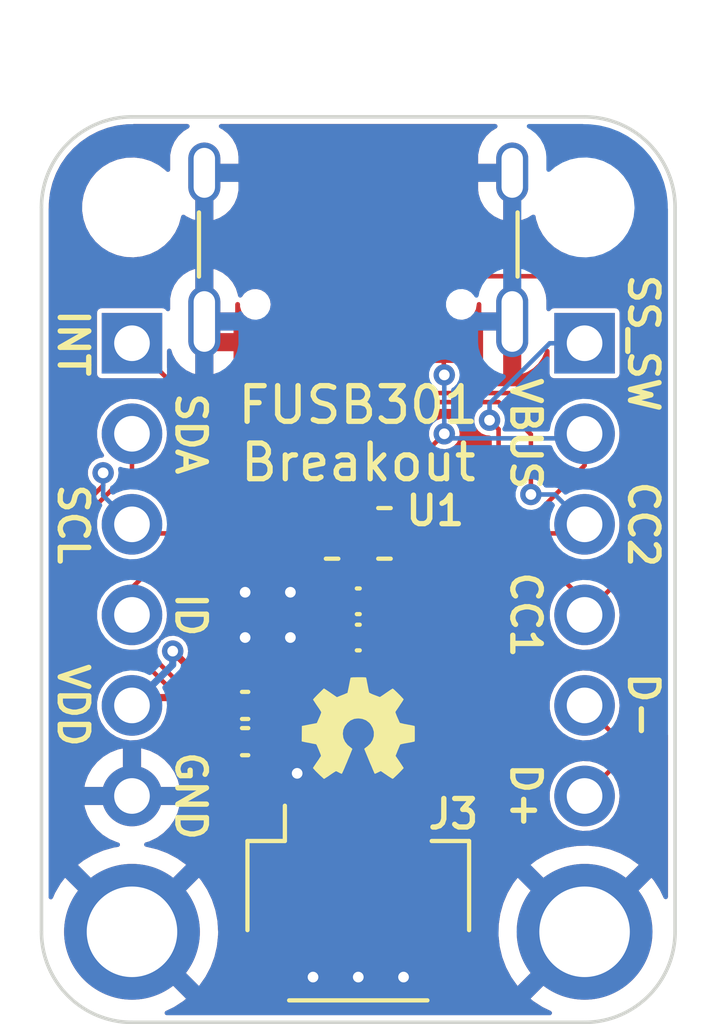
<source format=kicad_pcb>
(kicad_pcb (version 20210424) (generator pcbnew)
  (layers (0 "F.Cu" signal) (31 "B.Cu" signal) (34 "B.Paste" user) (35 "F.Paste" user) (36 "B.SilkS" user "B.Silkscreen") (37 "F.SilkS" user "F.Silkscreen") (38 "B.Mask" user) (39 "F.Mask" user) (44 "Edge.Cuts" user))
  (net 0 "")
  (net 1 "/SDA")
  (net 2 "/SCL")
  (net 3 "/ID")
  (net 4 "GND")
  (net 5 "VDD")
  (net 6 "/INT_N")
  (net 7 "/SS_SW")
  (net 8 "/VBUS")
  (net 9 "/CC2")
  (net 10 "/CC1")
  (net 11 "/D+")
  (net 12 "/D-")
  (footprint "Connector_JST:JST_SH_SM04B-SRSS-TB_1x04-1MP_P1.00mm_Horizontal" (layer "F.Cu") (at 142.875 124.333)
    (fp_text reference "J3" (at 2.667 -2.54) (layer "F.SilkS") (effects (font (size 0.8 0.8))))
    (fp_text value "Conn_01x04_Male" hide)
    (fp_line (start -2.06 -1.785) (end -2.06 -2.775) (layer "F.SilkS") (width 0.12))
    (fp_line (start 3.11 -1.785) (end 2.06 -1.785) (layer "F.SilkS") (width 0.12))
    (fp_line (start -3.11 0.715) (end -3.11 -1.785) (layer "F.SilkS") (width 0.12))
    (fp_line (start -1.94 2.685) (end 1.94 2.685) (layer "F.SilkS") (width 0.12))
    (fp_line (start 3.11 0.715) (end 3.11 -1.785) (layer "F.SilkS") (width 0.12))
    (fp_line (start -3.11 -1.785) (end -2.06 -1.785) (layer "F.SilkS") (width 0.12))
    (pad "1" smd roundrect locked (at -1.5 -2) (size 0.6 1.55) (layers "F.Cu" "F.Paste" "F.Mask") (net 4 "GND"))
    (pad "2" smd roundrect locked (at -0.5 -2) (size 0.6 1.55) (layers "F.Cu" "F.Paste" "F.Mask") (net 5 "VDD"))
    (pad "3" smd roundrect locked (at 0.5 -2) (size 0.6 1.55) (layers "F.Cu" "F.Paste" "F.Mask") (net 1 "/SDA"))
    (pad "4" smd roundrect locked (at 1.5 -2) (size 0.6 1.55) (layers "F.Cu" "F.Paste" "F.Mask") (net 2 "/SCL"))
    (pad "MP" smd roundrect locked (at 2.8 1.875) (size 1.2 1.8) (layers "F.Cu" "F.Paste" "F.Mask") (roundrect_rratio 0.208333))
    (pad "MP" smd roundrect locked (at -2.8 1.875) (size 1.2 1.8) (layers "F.Cu" "F.Paste" "F.Mask") (roundrect_rratio 0.208333))
  )
  (footprint "MountingHole:MountingHole_2.5mm" (layer "F.Cu") (at 149.225 104.775)
    (fp_text reference "H2" hide)
    (fp_text value "MountingHole_2.5mm" hide)
    (pad "" np_thru_hole circle locked (at 0 0) (size 2.54 2.54) (drill 2.54) (layers F&B.Cu *.Mask))
  )
  (footprint "FUSB301:OnSemi_X2QFN-10_1.6x1.2mm_P0.4mm" (layer "F.Cu") (at 142.875 113.919)
    (fp_text reference "U1" (at 2.159 -0.635) (layer "F.SilkS") (effects (font (size 0.8 0.8))))
    (fp_text value "FUSB301")
    (fp_line (start 0.56 -0.71) (end 0.91 -0.71) (layer "F.SilkS") (width 0.12))
    (fp_line (start -0.56 0.71) (end -0.91 0.71) (layer "F.SilkS") (width 0.12))
    (fp_line (start 0.56 0.71) (end 0.91 0.71) (layer "F.SilkS") (width 0.12))
    (pad "1" smd roundrect (at -0.8 -0.4) (size 0.7 0.2) (layers "F.Cu" "F.Paste" "F.Mask") (net 1 "/SDA"))
    (pad "2" smd roundrect (at -0.8 0) (size 0.7 0.2) (layers "F.Cu" "F.Paste" "F.Mask") (net 2 "/SCL"))
    (pad "3" smd roundrect (at -0.8 0.4) (size 0.7 0.2) (layers "F.Cu" "F.Paste" "F.Mask") (net 3 "/ID"))
    (pad "4" smd roundrect (at -0.2 0.6) (size 0.2 0.7) (layers "F.Cu" "F.Paste" "F.Mask") (net 4 "GND"))
    (pad "5" smd roundrect (at 0.2 0.6) (size 0.2 0.7) (layers "F.Cu" "F.Paste" "F.Mask") (net 5 "VDD"))
    (pad "6" smd roundrect (at 0.8 0.4) (size 0.7 0.2) (layers "F.Cu" "F.Paste" "F.Mask") (net 10 "/CC1"))
    (pad "7" smd roundrect (at 0.8 0) (size 0.7 0.2) (layers "F.Cu" "F.Paste" "F.Mask") (net 9 "/CC2"))
    (pad "8" smd roundrect (at 0.8 -0.4) (size 0.7 0.2) (layers "F.Cu" "F.Paste" "F.Mask") (net 8 "/VBUS"))
    (pad "9" smd roundrect (at 0.2 -0.6) (size 0.2 0.7) (layers "F.Cu" "F.Paste" "F.Mask") (net 7 "/SS_SW"))
    (pad "10" smd roundrect (at -0.2 -0.6) (size 0.2 0.7) (layers "F.Cu" "F.Paste" "F.Mask") (net 6 "/INT_N"))
  )
  (footprint "Resistor_SMD:R_0402_1005Metric" (layer "F.Cu") (at 139.7 118.745)
    (fp_text reference "R1" hide)
    (fp_text value "10K" hide)
    (fp_line (start -0.0875 -0.38) (end 0.0875 -0.38) (layer "F.SilkS") (width 0.12))
    (fp_line (start -0.0875 0.38) (end 0.0875 0.38) (layer "F.SilkS") (width 0.12))
    (pad "1" smd roundrect locked (at -0.51 0) (size 0.54 0.64) (layers "F.Cu" "F.Paste" "F.Mask") (net 5 "VDD"))
    (pad "2" smd roundrect locked (at 0.51 0) (size 0.54 0.64) (layers "F.Cu" "F.Paste" "F.Mask") (net 1 "/SDA"))
  )
  (footprint "OSHW_Small:OSHW-125mils" (layer "F.Cu") (at 142.875 119.38)
    (fp_text reference "G***" hide)
    (fp_text value "OSHW-125mils" hide)
    (fp_poly (pts (xy -0.96266 1.42494) (xy -0.94488 1.41732) (xy -0.90678 1.39192) (xy -0.85344 1.3589) (xy -0.79248 1.31572) (xy -0.72898 1.27254) (xy -0.67818 1.23952) (xy -0.64008 1.21666) (xy -0.62484 1.2065) (xy -0.61722 1.21158) (xy -0.58674 1.22428) (xy -0.54356 1.24714) (xy -0.5207 1.25984) (xy -0.48006 1.27762) (xy -0.45974 1.28016) (xy -0.4572 1.27508) (xy -0.44196 1.2446) (xy -0.4191 1.1938) (xy -0.38862 1.12522) (xy -0.3556 1.04394) (xy -0.3175 0.95758) (xy -0.28194 0.86868) (xy -0.24638 0.78486) (xy -0.2159 0.70866) (xy -0.1905 0.64516) (xy -0.17272 0.60198) (xy -0.16764 0.5842) (xy -0.17018 0.58166) (xy -0.1905 0.56134) (xy -0.22352 0.53594) (xy -0.29972 0.47498) (xy -0.37338 0.381) (xy -0.4191 0.27686) (xy -0.43434 0.16002) (xy -0.42164 0.0508) (xy -0.37846 -0.0508) (xy -0.3048 -0.14478) (xy -0.21844 -0.21336) (xy -0.1143 -0.25908) (xy 0 -0.27178) (xy 0.10922 -0.25908) (xy 0.2159 -0.21844) (xy 0.30988 -0.14732) (xy 0.34798 -0.1016) (xy 0.40386 -0.00508) (xy 0.43434 0.09398) (xy 0.43688 0.11938) (xy 0.43434 0.23114) (xy 0.40132 0.33782) (xy 0.34036 0.43434) (xy 0.25908 0.51054) (xy 0.24892 0.51816) (xy 0.21082 0.5461) (xy 0.18542 0.56642) (xy 0.16764 0.5842) (xy 0.30734 0.92456) (xy 0.3302 0.98044) (xy 0.37084 1.07188) (xy 0.40386 1.15316) (xy 0.4318 1.21666) (xy 0.44958 1.25984) (xy 0.45974 1.27762) (xy 0.47244 1.28016) (xy 0.49784 1.27) (xy 0.5461 1.24714) (xy 0.57658 1.2319) (xy 0.61468 1.21412) (xy 0.62992 1.2065) (xy 0.64516 1.21412) (xy 0.67818 1.23698) (xy 0.72898 1.27254) (xy 0.78994 1.31318) (xy 0.84836 1.35382) (xy 0.9017 1.38684) (xy 0.94234 1.41224) (xy 0.96012 1.4224) (xy 0.96266 1.4224) (xy 0.98044 1.41478) (xy 1.01092 1.38684) (xy 1.05664 1.34366) (xy 1.12268 1.28016) (xy 1.13284 1.27) (xy 1.18872 1.21412) (xy 1.2319 1.1684) (xy 1.26238 1.13538) (xy 1.27254 1.12014) (xy 1.26238 1.10236) (xy 1.23698 1.06172) (xy 1.20142 1.00838) (xy 1.15824 0.94488) (xy 1.04648 0.77978) (xy 1.10744 0.62484) (xy 1.12776 0.57658) (xy 1.15062 0.5207) (xy 1.1684 0.48006) (xy 1.17856 0.45974) (xy 1.19634 0.45466) (xy 1.23698 0.4445) (xy 1.29794 0.4318) (xy 1.3716 0.4191) (xy 1.44272 0.4064) (xy 1.50622 0.3937) (xy 1.55194 0.38354) (xy 1.57226 0.381) (xy 1.57734 0.37846) (xy 1.57988 0.3683) (xy 1.58496 0.34544) (xy 1.58496 0.30734) (xy 1.58496 0.24638) (xy 1.58496 0.16002) (xy 1.58496 0.14986) (xy 1.58496 0.06604) (xy 1.58496 0) (xy 1.58242 -0.04064) (xy 1.57988 -0.05842) (xy 1.57734 -0.05842) (xy 1.55956 -0.0635) (xy 1.51384 -0.07366) (xy 1.45034 -0.08636) (xy 1.37668 -0.09906) (xy 1.3716 -0.1016) (xy 1.2954 -0.1143) (xy 1.2319 -0.12954) (xy 1.18872 -0.1397) (xy 1.17094 -0.14478) (xy 1.16586 -0.14986) (xy 1.15062 -0.1778) (xy 1.1303 -0.22606) (xy 1.1049 -0.28194) (xy 1.0795 -0.34036) (xy 1.05918 -0.3937) (xy 1.04394 -0.43434) (xy 1.0414 -0.45212) (xy 1.05156 -0.4699) (xy 1.07696 -0.508) (xy 1.11506 -0.56388) (xy 1.15824 -0.62738) (xy 1.16078 -0.63246) (xy 1.20396 -0.69596) (xy 1.23952 -0.7493) (xy 1.26238 -0.7874) (xy 1.27254 -0.80518) (xy 1.2573 -0.8255) (xy 1.22428 -0.86106) (xy 1.17856 -0.90932) (xy 1.12268 -0.9652) (xy 1.1049 -0.98298) (xy 1.04394 -1.0414) (xy 1.00076 -1.08204) (xy 0.97536 -1.10236) (xy 0.96266 -1.10744) (xy 0.96012 -1.10744) (xy 0.94234 -1.09474) (xy 0.9017 -1.06934) (xy 0.84836 -1.03378) (xy 0.78232 -0.98806) (xy 0.77724 -0.98552) (xy 0.71628 -0.94234) (xy 0.66294 -0.90678) (xy 0.62484 -0.88138) (xy 0.60706 -0.87122) (xy 0.60452 -0.87122) (xy 0.57912 -0.87884) (xy 0.5334 -0.89662) (xy 0.48006 -0.91694) (xy 0.4191 -0.9398) (xy 0.36576 -0.96266) (xy 0.32766 -0.98298) (xy 0.30734 -0.99314) (xy 0.29972 -1.016) (xy 0.28956 -1.06426) (xy 0.27686 -1.12776) (xy 0.26162 -1.2065) (xy 0.25908 -1.2192) (xy 0.24384 -1.2954) (xy 0.23368 -1.35636) (xy 0.22352 -1.39954) (xy 0.21844 -1.41732) (xy 0.20828 -1.41986) (xy 0.17272 -1.4224) (xy 0.1143 -1.42494) (xy 0.04826 -1.42494) (xy -0.02286 -1.42494) (xy -0.09398 -1.4224) (xy -0.1524 -1.4224) (xy -0.19558 -1.41732) (xy -0.21336 -1.41478) (xy -0.22098 -1.38938) (xy -0.23114 -1.34366) (xy -0.24384 -1.27762) (xy -0.25908 -1.19888) (xy -0.26162 -1.18618) (xy -0.27686 -1.10998) (xy -0.28956 -1.04902) (xy -0.29972 -1.00584) (xy -0.30226 -0.98806) (xy -0.30988 -0.98552) (xy -0.34036 -0.97282) (xy -0.39116 -0.94996) (xy -0.45466 -0.92456) (xy -0.59944 -0.86614) (xy -0.77724 -0.98806) (xy -0.79502 -1.00076) (xy -0.85852 -1.04394) (xy -0.91186 -1.0795) (xy -0.94742 -1.10236) (xy -0.96266 -1.10998) (xy -0.9652 -1.10998) (xy -0.98298 -1.09474) (xy -1.016 -1.06172) (xy -1.06426 -1.01346) (xy -1.12268 -0.95758) (xy -1.16332 -0.91694) (xy -1.21158 -0.86614) (xy -1.24206 -0.83312) (xy -1.25984 -0.8128) (xy -1.26746 -0.8001) (xy -1.26492 -0.78994) (xy -1.25222 -0.77216) (xy -1.22682 -0.73406) (xy -1.19126 -0.67818) (xy -1.14808 -0.61468) (xy -1.11252 -0.56388) (xy -1.07188 -0.50292) (xy -1.04648 -0.45974) (xy -1.03886 -0.43942) (xy -1.0414 -0.4318) (xy -1.0541 -0.39624) (xy -1.07442 -0.3429) (xy -1.10236 -0.2794) (xy -1.16332 -0.1397) (xy -1.25476 -0.12192) (xy -1.31064 -0.11176) (xy -1.38938 -0.09652) (xy -1.46558 -0.08128) (xy -1.58242 -0.05842) (xy -1.5875 0.37084) (xy -1.56718 0.37846) (xy -1.55194 0.381) (xy -1.50876 0.39116) (xy -1.44526 0.40386) (xy -1.3716 0.41656) (xy -1.31064 0.42926) (xy -1.24714 0.44196) (xy -1.20142 0.44958) (xy -1.18364 0.45466) (xy -1.17856 0.45974) (xy -1.16078 0.49022) (xy -1.14046 0.53848) (xy -1.11506 0.5969) (xy -1.08966 0.65786) (xy -1.0668 0.71374) (xy -1.05156 0.75692) (xy -1.04648 0.77724) (xy -1.0541 0.79502) (xy -1.0795 0.83058) (xy -1.11252 0.88392) (xy -1.1557 0.94488) (xy -1.19888 1.00838) (xy -1.23444 1.06172) (xy -1.25984 1.09982) (xy -1.27 1.1176) (xy -1.26492 1.1303) (xy -1.23952 1.15824) (xy -1.1938 1.20904) (xy -1.12268 1.27762) (xy -1.11252 1.28778) (xy -1.05664 1.34112) (xy -1.00838 1.3843) (xy -0.97536 1.41478) (xy -0.96266 1.42494)) (layer "F.SilkS") (width 0.00254) (fill solid))
  )
  (footprint "Capacitor_SMD:C_0402_1005Metric" (layer "F.Cu") (at 142.875 115.824 180)
    (fp_text reference "C1" hide)
    (fp_text value "0.1uF" hide)
    (fp_line (start -0.04 -0.36) (end 0.04 -0.36) (layer "F.SilkS") (width 0.12))
    (fp_line (start -0.04 0.36) (end 0.04 0.36) (layer "F.SilkS") (width 0.12))
    (pad "1" smd roundrect locked (at -0.48 0 180) (size 0.56 0.62) (layers "F.Cu" "F.Paste" "F.Mask") (net 5 "VDD"))
    (pad "2" smd roundrect locked (at 0.48 0 180) (size 0.56 0.62) (layers "F.Cu" "F.Paste" "F.Mask") (net 4 "GND"))
  )
  (footprint "Resistor_SMD:R_0402_1005Metric" (layer "F.Cu") (at 139.7 119.761)
    (fp_text reference "R2" hide)
    (fp_text value "10K" hide)
    (fp_line (start -0.0875 -0.38) (end 0.0875 -0.38) (layer "F.SilkS") (width 0.12))
    (fp_line (start -0.0875 0.38) (end 0.0875 0.38) (layer "F.SilkS") (width 0.12))
    (pad "1" smd roundrect locked (at -0.51 0) (size 0.54 0.64) (layers "F.Cu" "F.Paste" "F.Mask") (net 5 "VDD"))
    (pad "2" smd roundrect locked (at 0.51 0) (size 0.54 0.64) (layers "F.Cu" "F.Paste" "F.Mask") (net 2 "/SCL"))
  )
  (footprint "MountingHole:MountingHole_2.5mm_Pad" (layer "F.Cu") (at 149.225 125.095)
    (fp_text reference "H4" hide)
    (fp_text value "MountingHole_2.5mm_Pad" hide)
    (pad "1" thru_hole circle locked (at 0 0) (size 3.81 3.81) (drill 2.54) (layers *.Cu *.Mask) (net 4 "GND"))
  )
  (footprint "Connector_PinHeader_2.54mm:PinHeader_1x06_P2.54mm_Vertical" (layer "F.Cu") (at 136.525 108.585)
    (fp_text reference "J1" hide)
    (fp_text value "Conn_01x06_Male" hide)
    (pad "1" thru_hole rect locked (at 0 0) (size 1.7 1.7) (drill 1) (layers *.Cu *.Mask) (net 6 "/INT_N"))
    (pad "2" thru_hole oval locked (at 0 2.54) (size 1.7 1.7) (drill 1) (layers *.Cu *.Mask) (net 1 "/SDA"))
    (pad "3" thru_hole oval locked (at 0 5.08) (size 1.7 1.7) (drill 1) (layers *.Cu *.Mask) (net 2 "/SCL"))
    (pad "4" thru_hole oval locked (at 0 7.62) (size 1.7 1.7) (drill 1) (layers *.Cu *.Mask) (net 3 "/ID"))
    (pad "5" thru_hole oval locked (at 0 10.16) (size 1.7 1.7) (drill 1) (layers *.Cu *.Mask) (net 5 "VDD"))
    (pad "6" thru_hole oval locked (at 0 12.7) (size 1.7 1.7) (drill 1) (layers *.Cu *.Mask) (net 4 "GND"))
  )
  (footprint "MountingHole:MountingHole_2.5mm_Pad" (layer "F.Cu") (at 136.525 125.095)
    (fp_text reference "H3" hide)
    (fp_text value "MountingHole_2.5mm_Pad" hide)
    (pad "1" thru_hole circle locked (at 0 0) (size 3.81 3.81) (drill 2.54) (layers *.Cu *.Mask) (net 4 "GND"))
  )
  (footprint "Connector_PinHeader_2.54mm:PinHeader_1x06_P2.54mm_Vertical" (layer "F.Cu") (at 149.225 108.585)
    (fp_text reference "J2" hide)
    (fp_text value "Conn_01x06_Male" hide)
    (pad "1" thru_hole rect locked (at 0 0) (size 1.7 1.7) (drill 1) (layers *.Cu *.Mask) (net 7 "/SS_SW"))
    (pad "2" thru_hole oval locked (at 0 2.54) (size 1.7 1.7) (drill 1) (layers *.Cu *.Mask) (net 8 "/VBUS"))
    (pad "3" thru_hole oval locked (at 0 5.08) (size 1.7 1.7) (drill 1) (layers *.Cu *.Mask) (net 9 "/CC2"))
    (pad "4" thru_hole oval locked (at 0 7.62) (size 1.7 1.7) (drill 1) (layers *.Cu *.Mask) (net 10 "/CC1"))
    (pad "5" thru_hole oval locked (at 0 10.16) (size 1.7 1.7) (drill 1) (layers *.Cu *.Mask) (net 12 "/D-"))
    (pad "6" thru_hole oval locked (at 0 12.7) (size 1.7 1.7) (drill 1) (layers *.Cu *.Mask) (net 11 "/D+"))
  )
  (footprint "MountingHole:MountingHole_2.5mm" (layer "F.Cu") (at 136.525 104.775)
    (fp_text reference "H1" hide)
    (fp_text value "MountingHole_2.5mm" hide)
    (pad "" np_thru_hole circle locked (at 0 0) (size 2.54 2.54) (drill 2.54) (layers F&B.Cu *.Mask))
  )
  (footprint "Capacitor_SMD:C_0402_1005Metric" (layer "F.Cu") (at 142.875 116.84 180)
    (fp_text reference "C2" hide)
    (fp_text value "10uF" hide)
    (fp_line (start -0.04 -0.36) (end 0.04 -0.36) (layer "F.SilkS") (width 0.12))
    (fp_line (start -0.04 0.36) (end 0.04 0.36) (layer "F.SilkS") (width 0.12))
    (pad "1" smd roundrect locked (at -0.48 0 180) (size 0.56 0.62) (layers "F.Cu" "F.Paste" "F.Mask") (net 5 "VDD"))
    (pad "2" smd roundrect locked (at 0.48 0 180) (size 0.56 0.62) (layers "F.Cu" "F.Paste" "F.Mask") (net 4 "GND"))
  )
  (footprint "Connector_USB:USB_C_Receptacle_Palconn_UTC16-G" (layer "F.Cu") (at 142.875 106.045 180)
    (fp_text reference "J4" hide)
    (fp_text value "USB_C_Receptacle_USB2.0")
    (fp_line (start -4.47 -0.67) (end -4.47 1.13) (layer "F.SilkS") (width 0.12))
    (fp_line (start 4.47 -0.67) (end 4.47 1.13) (layer "F.SilkS") (width 0.12))
    (pad "" np_thru_hole circle locked (at -2.89 -1.45) (size 0.6 0.6) (drill 0.6) (layers *.Cu *.Mask))
    (pad "" np_thru_hole circle locked (at 2.89 -1.45) (size 0.6 0.6) (drill 0.6) (layers *.Cu *.Mask))
    (pad "A1" smd rect locked (at -3.2 -2.51 180) (size 0.6 1.16) (layers "F.Cu" "F.Paste" "F.Mask") (net 4 "GND"))
    (pad "A4" smd rect locked (at -2.4 -2.51 180) (size 0.6 1.16) (layers "F.Cu" "F.Paste" "F.Mask") (net 8 "/VBUS"))
    (pad "A5" smd rect locked (at -1.25 -2.51) (size 0.3 1.16) (layers "F.Cu" "F.Paste" "F.Mask") (net 10 "/CC1"))
    (pad "A6" smd rect locked (at -0.25 -2.51) (size 0.3 1.16) (layers "F.Cu" "F.Paste" "F.Mask") (net 11 "/D+"))
    (pad "A7" smd rect locked (at 0.25 -2.51) (size 0.3 1.16) (layers "F.Cu" "F.Paste" "F.Mask") (net 12 "/D-"))
    (pad "A8" smd rect locked (at 1.25 -2.51) (size 0.3 1.16) (layers "F.Cu" "F.Paste" "F.Mask"))
    (pad "A9" smd rect locked (at 2.4 -2.51 180) (size 0.6 1.16) (layers "F.Cu" "F.Paste" "F.Mask") (net 8 "/VBUS"))
    (pad "A12" smd rect locked (at 3.2 -2.51 180) (size 0.6 1.16) (layers "F.Cu" "F.Paste" "F.Mask") (net 4 "GND"))
    (pad "B1" smd rect locked (at 3.2 -2.51 180) (size 0.6 1.16) (layers "F.Cu" "F.Paste" "F.Mask") (net 4 "GND"))
    (pad "B4" smd rect locked (at 2.4 -2.51 180) (size 0.6 1.16) (layers "F.Cu" "F.Paste" "F.Mask") (net 8 "/VBUS"))
    (pad "B5" smd rect locked (at 1.75 -2.51) (size 0.3 1.16) (layers "F.Cu" "F.Paste" "F.Mask") (net 9 "/CC2"))
    (pad "B6" smd rect locked (at 0.75 -2.51) (size 0.3 1.16) (layers "F.Cu" "F.Paste" "F.Mask") (net 11 "/D+"))
    (pad "B7" smd rect locked (at -0.75 -2.51) (size 0.3 1.16) (layers "F.Cu" "F.Paste" "F.Mask") (net 12 "/D-"))
    (pad "B8" smd rect locked (at -1.75 -2.51) (size 0.3 1.16) (layers "F.Cu" "F.Paste" "F.Mask"))
    (pad "B9" smd rect locked (at -2.4 -2.51 180) (size 0.6 1.16) (layers "F.Cu" "F.Paste" "F.Mask") (net 8 "/VBUS"))
    (pad "B12" smd rect locked (at -3.2 -2.51 180) (size 0.6 1.16) (layers "F.Cu" "F.Paste" "F.Mask") (net 4 "GND"))
    (pad "S1" thru_hole oval locked (at -4.32 2.24 270) (size 1.7 0.9) (drill oval 1.4 0.6) (layers *.Cu *.Mask) (net 4 "GND"))
    (pad "S1" thru_hole oval locked (at 4.32 -1.93 270) (size 2 0.9) (drill oval 1.7 0.6) (layers *.Cu *.Mask) (net 4 "GND"))
    (pad "S1" thru_hole oval locked (at 4.32 2.24 270) (size 1.7 0.9) (drill oval 1.4 0.6) (layers *.Cu *.Mask) (net 4 "GND"))
    (pad "S1" thru_hole oval locked (at -4.32 -1.93 270) (size 2 0.9) (drill oval 1.7 0.6) (layers *.Cu *.Mask) (net 4 "GND"))
  )
  (gr_arc (start 136.525 125.095) (end 133.985 125.095) (angle -90) (layer "Edge.Cuts") (width 0.1))
  (gr_arc (start 149.225 125.095) (end 149.225 127.635) (angle -90) (layer "Edge.Cuts") (width 0.1))
  (gr_line (start 149.225 102.235) (end 136.525 102.235) (layer "Edge.Cuts") (width 0.1))
  (gr_line (start 133.985 104.775) (end 133.985 125.095) (layer "Edge.Cuts") (width 0.1))
  (gr_line (start 151.765 125.095) (end 151.765 104.775) (layer "Edge.Cuts") (width 0.1))
  (gr_arc (start 136.525 104.775) (end 136.525 102.235) (angle -90) (layer "Edge.Cuts") (width 0.1))
  (gr_arc (start 149.225 104.775) (end 151.765 104.775) (angle -90) (layer "Edge.Cuts") (width 0.1))
  (gr_line (start 136.525 127.635) (end 149.225 127.635) (layer "Edge.Cuts") (width 0.1))
  (gr_text "CC1" (at 147.574 116.205 270) (layer "F.SilkS") (effects (font (size 0.8 0.8))))
  (gr_text "D+" (at 147.574 121.285 270) (layer "F.SilkS") (effects (font (size 0.8 0.8))))
  (gr_text "FUSB301\nBreakout" (at 142.875 111.125) (layer "F.SilkS") (effects (font (size 1 1))))
  (gr_text "SDA" (at 138.176 111.125 -90) (layer "F.SilkS") (effects (font (size 0.8 0.8))))
  (gr_text "INT" (at 134.874 108.585 270) (layer "F.SilkS") (effects (font (size 0.8 0.8))))
  (gr_text "VDD" (at 134.874 118.745 -90) (layer "F.SilkS") (effects (font (size 0.8 0.8))))
  (gr_text "GND" (at 138.176 121.285 -90) (layer "F.SilkS") (effects (font (size 0.8 0.8))))
  (gr_text "CC2" (at 150.876 113.665 270) (layer "F.SilkS") (effects (font (size 0.8 0.8))))
  (gr_text "SS_SW" (at 150.876 108.585 270) (layer "F.SilkS") (effects (font (size 0.8 0.8))))
  (gr_text "D-" (at 150.876 118.745 270) (layer "F.SilkS") (effects (font (size 0.8 0.8))))
  (gr_text "VBUS" (at 147.574 111.125 270) (layer "F.SilkS") (effects (font (size 0.8 0.8))))
  (gr_text "ID" (at 138.176 116.205 -90) (layer "F.SilkS") (effects (font (size 0.8 0.8))))
  (gr_text "SCL" (at 134.874 113.665 -90) (layer "F.SilkS") (effects (font (size 0.8 0.8))))
  (segment (start 143.375 122.333) (end 143.375 123.108) (width 0.127) (layer "F.Cu") (net 1))
  (segment (start 138.064697 113.66548) (end 136.525 112.125783) (width 0.127) (layer "F.Cu") (net 1))
  (segment (start 141.632008 113.66548) (end 138.064697 113.66548) (width 0.127) (layer "F.Cu") (net 1))
  (segment (start 140.67002 122.890954) (end 140.67002 119.20702) (width 0.127) (layer "F.Cu") (net 1))
  (segment (start 140.21 118.747) (end 140.21 118.745) (width 0.127) (layer "F.Cu") (net 1))
  (segment (start 141.778488 113.519) (end 141.632008 113.66548) (width 0.127) (layer "F.Cu") (net 1))
  (segment (start 137.703268 117.98147) (end 136.966809 117.245011) (width 0.127) (layer "F.Cu") (net 1))
  (segment (start 139.76647 117.98147) (end 137.703268 117.98147) (width 0.127) (layer "F.Cu") (net 1))
  (segment (start 140.21 118.745) (end 140.21 118.425) (width 0.127) (layer "F.Cu") (net 1))
  (segment (start 136.966809 117.245011) (end 136.041011 117.245011) (width 0.127) (layer "F.Cu") (net 1))
  (segment (start 142.075 113.519) (end 141.778488 113.519) (width 0.127) (layer "F.Cu") (net 1))
  (segment (start 135.484989 116.688989) (end 135.484989 113.165794) (width 0.127) (layer "F.Cu") (net 1))
  (segment (start 141.077086 123.29802) (end 140.67002 122.890954) (width 0.127) (layer "F.Cu") (net 1))
  (segment (start 136.041011 117.245011) (end 135.484989 116.688989) (width 0.127) (layer "F.Cu") (net 1))
  (segment (start 143.375 123.108) (end 143.18498 123.29802) (width 0.127) (layer "F.Cu") (net 1))
  (segment (start 140.21 118.425) (end 139.76647 117.98147) (width 0.127) (layer "F.Cu") (net 1))
  (segment (start 136.525 112.125783) (end 136.525 111.125) (width 0.127) (layer "F.Cu") (net 1))
  (segment (start 135.484989 113.165794) (end 136.525 112.125783) (width 0.127) (layer "F.Cu") (net 1))
  (segment (start 143.18498 123.29802) (end 141.077086 123.29802) (width 0.127) (layer "F.Cu") (net 1))
  (segment (start 140.67002 119.20702) (end 140.21 118.747) (width 0.127) (layer "F.Cu") (net 1))
  (segment (start 136.817739 117.498522) (end 135.913522 117.498522) (width 0.127) (layer "F.Cu") (net 2))
  (segment (start 140.972074 123.55154) (end 143.419394 123.55154) (width 0.127) (layer "F.Cu") (net 2))
  (segment (start 144.375 122.595934) (end 144.375 122.333) (width 0.127) (layer "F.Cu") (net 2))
  (segment (start 140.4165 122.995966) (end 140.972074 123.55154) (width 0.127) (layer "F.Cu") (net 2))
  (segment (start 135.231479 113.060786) (end 135.715618 112.576647) (width 0.127) (layer "F.Cu") (net 2))
  (segment (start 136.525 113.665) (end 136.779 113.919) (width 0.127) (layer "F.Cu") (net 2))
  (segment (start 137.554198 118.234981) (end 136.817739 117.498522) (width 0.127) (layer "F.Cu") (net 2))
  (segment (start 140.21 119.761) (end 139.65002 119.20102) (width 0.127) (layer "F.Cu") (net 2))
  (segment (start 139.466695 118.234981) (end 137.554198 118.234981) (width 0.127) (layer "F.Cu") (net 2))
  (segment (start 135.231479 116.816479) (end 135.231479 113.060786) (width 0.127) (layer "F.Cu") (net 2))
  (segment (start 136.779 113.919) (end 142.075 113.919) (width 0.127) (layer "F.Cu") (net 2))
  (segment (start 139.65002 118.418306) (end 139.466695 118.234981) (width 0.127) (layer "F.Cu") (net 2))
  (segment (start 140.4165 119.9675) (end 140.4165 122.995966) (width 0.127) (layer "F.Cu") (net 2))
  (segment (start 143.419394 123.55154) (end 144.375 122.595934) (width 0.127) (layer "F.Cu") (net 2))
  (segment (start 140.21 119.761) (end 140.4165 119.9675) (width 0.127) (layer "F.Cu") (net 2))
  (segment (start 139.65002 119.20102) (end 139.65002 118.418306) (width 0.127) (layer "F.Cu") (net 2))
  (segment (start 135.715618 112.576647) (end 135.715618 112.220618) (width 0.127) (layer "F.Cu") (net 2))
  (segment (start 135.913522 117.498522) (end 135.231479 116.816479) (width 0.127) (layer "F.Cu") (net 2))
  (via (at 135.715618 112.220618) (size 0.6) (drill 0.3) (layers "F.Cu" "B.Cu") (net 2))
  (segment (start 136.525 113.665) (end 135.715618 112.855618) (width 0.127) (layer "B.Cu") (net 2))
  (segment (start 135.715618 112.855618) (end 135.715618 112.220618) (width 0.127) (layer "B.Cu") (net 2))
  (segment (start 137.79548 114.17252) (end 136.525 115.443) (width 0.127) (layer "F.Cu") (net 3))
  (segment (start 142.075 114.319) (end 141.778488 114.319) (width 0.127) (layer "F.Cu") (net 3))
  (segment (start 141.632008 114.17252) (end 137.79548 114.17252) (width 0.127) (layer "F.Cu") (net 3))
  (segment (start 136.525 115.443) (end 136.525 116.205) (width 0.127) (layer "F.Cu") (net 3))
  (segment (start 141.778488 114.319) (end 141.632008 114.17252) (width 0.127) (layer "F.Cu") (net 3))
  (segment (start 142.395 115.824) (end 142.395 114.799) (width 0.2) (layer "F.Cu") (net 4))
  (segment (start 142.395 114.799) (end 142.675 114.519) (width 0.2) (layer "F.Cu") (net 4))
  (segment (start 142.395 116.84) (end 142.395 115.824) (width 0.2) (layer "F.Cu") (net 4))
  (via (at 139.7 116.84) (size 0.6) (drill 0.3) (layers "F.Cu" "B.Cu") (net 4))
  (via (at 141.605 126.365) (size 0.6) (drill 0.3) (layers "F.Cu" "B.Cu") (net 4))
  (via (at 142.875 126.365) (size 0.6) (drill 0.3) (layers "F.Cu" "B.Cu") (net 4))
  (via (at 144.145 126.365) (size 0.6) (drill 0.3) (layers "F.Cu" "B.Cu") (net 4))
  (via (at 141.16002 120.65) (size 0.6) (drill 0.3) (layers "F.Cu" "B.Cu") (net 4))
  (via (at 140.97 115.57) (size 0.6) (drill 0.3) (layers "F.Cu" "B.Cu") (net 4))
  (via (at 140.97 116.84) (size 0.6) (drill 0.3) (layers "F.Cu" "B.Cu") (net 4))
  (via (at 139.7 115.57) (size 0.6) (drill 0.3) (layers "F.Cu" "B.Cu") (net 4))
  (segment (start 139.19 119.761) (end 139.19 118.745) (width 0.2) (layer "F.Cu") (net 5))
  (segment (start 136.525 118.745) (end 136.744999 118.525001) (width 0.2) (layer "F.Cu") (net 5))
  (segment (start 143.355 116.84) (end 142.375 117.82) (width 0.2) (layer "F.Cu") (net 5))
  (segment (start 143.355 115.824) (end 143.355 114.799) (width 0.2) (layer "F.Cu") (net 5))
  (segment (start 136.744999 118.525001) (end 138.970001 118.525001) (width 0.2) (layer "F.Cu") (net 5))
  (segment (start 138.138458 117.691458) (end 137.668 117.221) (width 0.2) (layer "F.Cu") (net 5))
  (segment (start 143.355 114.799) (end 143.075 114.519) (width 0.2) (layer "F.Cu") (net 5))
  (segment (start 143.355 116.84) (end 143.355 115.824) (width 0.2) (layer "F.Cu") (net 5))
  (segment (start 142.246458 117.691458) (end 138.138458 117.691458) (width 0.2) (layer "F.Cu") (net 5))
  (segment (start 138.970001 118.525001) (end 139.19 118.745) (width 0.2) (layer "F.Cu") (net 5))
  (segment (start 142.375 117.82) (end 142.375 122.333) (width 0.2) (layer "F.Cu") (net 5))
  (segment (start 142.375 117.82) (end 142.246458 117.691458) (width 0.2) (layer "F.Cu") (net 5))
  (via (at 137.668 117.221) (size 0.6) (drill 0.3) (layers "F.Cu" "B.Cu") (net 5))
  (segment (start 137.668 117.602) (end 136.525 118.745) (width 0.2) (layer "B.Cu") (net 5))
  (segment (start 137.668 117.221) (end 137.668 117.602) (width 0.2) (layer "B.Cu") (net 5))
  (segment (start 136.525 108.585) (end 141.159 113.219) (width 0.127) (layer "F.Cu") (net 6))
  (segment (start 142.575 113.219) (end 142.675 113.319) (width 0.127) (layer "F.Cu") (net 6))
  (segment (start 141.159 113.219) (end 142.575 113.219) (width 0.127) (layer "F.Cu") (net 6))
  (segment (start 143.175 113.219) (end 145.988 113.219) (width 0.127) (layer "F.Cu") (net 7))
  (segment (start 143.075 113.319) (end 143.175 113.219) (width 0.127) (layer "F.Cu") (net 7))
  (segment (start 146.812 112.395) (end 146.812 110.998) (width 0.127) (layer "F.Cu") (net 7))
  (segment (start 146.812 110.998) (end 146.558 110.744) (width 0.127) (layer "F.Cu") (net 7))
  (segment (start 145.988 113.219) (end 146.812 112.395) (width 0.127) (layer "F.Cu") (net 7))
  (via (at 146.558 110.744) (size 0.6) (drill 0.3) (layers "F.Cu" "B.Cu") (net 7))
  (segment (start 148.248 108.585) (end 146.558 110.275) (width 0.127) (layer "B.Cu") (net 7))
  (segment (start 149.225 108.585) (end 148.248 108.585) (width 0.127) (layer "B.Cu") (net 7))
  (segment (start 146.558 110.275) (end 146.558 110.744) (width 0.127) (layer "B.Cu") (net 7))
  (segment (start 147.574 113.665) (end 149.225 112.014) (width 0.127) (layer "F.Cu") (net 8))
  (segment (start 144.907 111.506) (end 145.288 111.125) (width 0.127) (layer "F.Cu") (net 8))
  (segment (start 143.971512 113.519) (end 144.117512 113.665) (width 0.127) (layer "F.Cu") (net 8))
  (segment (start 140.475 109.262) (end 142.719 111.506) (width 0.127) (layer "F.Cu") (net 8))
  (segment (start 145.275 109.461) (end 145.288 109.474) (width 0.127) (layer "F.Cu") (net 8))
  (segment (start 145.275 108.555) (end 145.275 109.461) (width 0.127) (layer "F.Cu") (net 8))
  (segment (start 144.117512 113.665) (end 147.574 113.665) (width 0.127) (layer "F.Cu") (net 8))
  (segment (start 142.719 111.506) (end 144.907 111.506) (width 0.127) (layer "F.Cu") (net 8))
  (segment (start 140.475 108.555) (end 140.475 109.262) (width 0.127) (layer "F.Cu") (net 8))
  (segment (start 149.225 112.014) (end 149.225 111.125) (width 0.127) (layer "F.Cu") (net 8))
  (segment (start 143.675 113.519) (end 143.971512 113.519) (width 0.127) (layer "F.Cu") (net 8))
  (via (at 145.288 111.125) (size 0.6) (drill 0.3) (layers "F.Cu" "B.Cu") (net 8))
  (via (at 145.288 109.474) (size 0.6) (drill 0.3) (layers "F.Cu" "B.Cu") (net 8))
  (segment (start 149.098 111.252) (end 145.415 111.252) (width 0.127) (layer "B.Cu") (net 8))
  (segment (start 149.225 111.125) (end 149.098 111.252) (width 0.127) (layer "B.Cu") (net 8))
  (segment (start 145.288 109.474) (end 145.288 111.125) (width 0.127) (layer "B.Cu") (net 8))
  (segment (start 145.415 111.252) (end 145.288 111.125) (width 0.127) (layer "B.Cu") (net 8))
  (segment (start 144.740969 110.2365) (end 144.1338 109.629331) (width 0.127) (layer "F.Cu") (net 9))
  (segment (start 141.125 109.12702) (end 141.125 108.555) (width 0.127) (layer "F.Cu") (net 9))
  (segment (start 144.1338 109.629331) (end 141.627311 109.629331) (width 0.127) (layer "F.Cu") (net 9))
  (segment (start 148.971 113.919) (end 149.225 113.665) (width 0.127) (layer "F.Cu") (net 9))
  (segment (start 146.8125 110.2365) (end 144.740969 110.2365) (width 0.127) (layer "F.Cu") (net 9))
  (segment (start 141.627311 109.629331) (end 141.125 109.12702) (width 0.127) (layer "F.Cu") (net 9))
  (segment (start 147.718259 112.827776) (end 147.718259 111.142259) (width 0.127) (layer "F.Cu") (net 9))
  (segment (start 147.718259 111.142259) (end 146.8125 110.2365) (width 0.127) (layer "F.Cu") (net 9))
  (segment (start 143.675 113.919) (end 148.971 113.919) (width 0.127) (layer "F.Cu") (net 9))
  (via (at 147.718259 112.827776) (size 0.6) (drill 0.3) (layers "F.Cu" "B.Cu") (net 9))
  (segment (start 148.387776 112.827776) (end 149.225 113.665) (width 0.127) (layer "B.Cu") (net 9))
  (segment (start 147.718259 112.827776) (end 148.387776 112.827776) (width 0.127) (layer "B.Cu") (net 9))
  (segment (start 144.117512 114.173) (end 147.574 114.173) (width 0.127) (layer "F.Cu") (net 10))
  (segment (start 149.225 115.824) (end 149.225 116.205) (width 0.127) (layer "F.Cu") (net 10))
  (segment (start 143.675 114.319) (end 143.971512 114.319) (width 0.127) (layer "F.Cu") (net 10))
  (segment (start 144.125 109.262) (end 144.84598 109.98298) (width 0.127) (layer "F.Cu") (net 10))
  (segment (start 143.971512 114.319) (end 144.117512 114.173) (width 0.127) (layer "F.Cu") (net 10))
  (segment (start 150.265011 110.625794) (end 150.265011 115.164989) (width 0.127) (layer "F.Cu") (net 10))
  (segment (start 150.265011 115.164989) (end 149.225 116.205) (width 0.127) (layer "F.Cu") (net 10))
  (segment (start 144.125 108.555) (end 144.125 109.262) (width 0.127) (layer "F.Cu") (net 10))
  (segment (start 147.574 114.173) (end 149.225 115.824) (width 0.127) (layer "F.Cu") (net 10))
  (segment (start 144.84598 109.98298) (end 149.622197 109.98298) (width 0.127) (layer "F.Cu") (net 10))
  (segment (start 149.622197 109.98298) (end 150.265011 110.625794) (width 0.127) (layer "F.Cu") (net 10))
  (segment (start 143.011189 109.375811) (end 143.125 109.262) (width 0.127) (layer "F.Cu") (net 11))
  (segment (start 149.225 121.285) (end 150.342599 120.167401) (width 0.127) (layer "F.Cu") (net 11))
  (segment (start 142.125 109.21846) (end 142.282351 109.375811) (width 0.127) (layer "F.Cu") (net 11))
  (segment (start 142.2226 108.0274) (end 142.125 108.125) (width 0.127) (layer "F.Cu") (net 11))
  (segment (start 142.125 108.555) (end 142.125 109.21846) (width 0.127) (layer "F.Cu") (net 11))
  (segment (start 151.4094 119.316128) (end 151.4094 107.251872) (width 0.127) (layer "F.Cu") (net 11))
  (segment (start 143.125 109.262) (end 143.125 108.555) (width 0.127) (layer "F.Cu") (net 11))
  (segment (start 150.342599 120.167401) (end 150.558127 120.167401) (width 0.127) (layer "F.Cu") (net 11))
  (segment (start 143.700872 106.4006) (end 142.2226 107.878872) (width 0.127) (layer "F.Cu") (net 11))
  (segment (start 151.4094 107.251872) (end 150.558128 106.4006) (width 0.127) (layer "F.Cu") (net 11))
  (segment (start 150.558127 120.167401) (end 151.4094 119.316128) (width 0.127) (layer "F.Cu") (net 11))
  (segment (start 150.558128 106.4006) (end 143.700872 106.4006) (width 0.127) (layer "F.Cu") (net 11))
  (segment (start 142.2226 107.878872) (end 142.2226 108.0274) (width 0.127) (layer "F.Cu") (net 11))
  (segment (start 142.125 108.125) (end 142.125 108.555) (width 0.127) (layer "F.Cu") (net 11))
  (segment (start 142.282351 109.375811) (end 143.011189 109.375811) (width 0.127) (layer "F.Cu") (net 11))
  (segment (start 142.625 108.555) (end 142.625 107.910196) (width 0.127) (layer "F.Cu") (net 12))
  (segment (start 150.405695 116.5496) (end 150.8046 116.5496) (width 0.127) (layer "F.Cu") (net 12))
  (segment (start 151.1046 119.189872) (end 151.1046 117.4496) (width 0.127) (layer "F.Cu") (net 12))
  (segment (start 149.225 118.745) (end 150.342599 119.862599) (width 0.127) (layer "F.Cu") (net 12))
  (segment (start 150.431872 106.7054) (end 143.827128 106.7054) (width 0.127) (layer "F.Cu") (net 12))
  (segment (start 150.431873 119.862599) (end 151.1046 119.189872) (width 0.127) (layer "F.Cu") (net 12))
  (segment (start 150.342599 119.862599) (end 150.431873 119.862599) (width 0.127) (layer "F.Cu") (net 12))
  (segment (start 142.5274 108.0274) (end 142.625 108.125) (width 0.127) (layer "F.Cu") (net 12))
  (segment (start 142.5274 108.005128) (end 142.5274 108.0274) (width 0.127) (layer "F.Cu") (net 12))
  (segment (start 151.1046 114.9996) (end 151.1046 107.378128) (width 0.127) (layer "F.Cu") (net 12))
  (segment (start 143.51119 107.73419) (end 143.625 107.848) (width 0.127) (layer "F.Cu") (net 12))
  (segment (start 151.1046 107.378128) (end 150.431872 106.7054) (width 0.127) (layer "F.Cu") (net 12))
  (segment (start 143.827128 106.7054) (end 142.5274 108.005128) (width 0.127) (layer "F.Cu") (net 12))
  (segment (start 142.625 107.910196) (end 142.801006 107.73419) (width 0.127) (layer "F.Cu") (net 12))
  (segment (start 143.625 107.848) (end 143.625 108.555) (width 0.127) (layer "F.Cu") (net 12))
  (segment (start 142.801006 107.73419) (end 143.51119 107.73419) (width 0.127) (layer "F.Cu") (net 12))
  (segment (start 150.8046 117.1496) (end 150.405695 117.1496) (width 0.127) (layer "F.Cu") (net 12))
  (segment (start 142.625 108.125) (end 142.625 108.555) (width 0.127) (layer "F.Cu") (net 12))
  (segment (start 151.1046 116.2496) (end 151.1046 114.9996) (width 0.127) (layer "F.Cu") (net 12))
  (arc (start 150.405695 117.1496) (mid 150.193563 117.061732) (end 150.105695 116.8496) (width 0.127) (layer "F.Cu") (net 12))
  (arc (start 150.8046 116.5496) (mid 151.016732 116.461732) (end 151.1046 116.2496) (width 0.127) (layer "F.Cu") (net 12))
  (arc (start 151.1046 117.4496) (mid 151.016732 117.237468) (end 150.8046 117.1496) (width 0.127) (layer "F.Cu") (net 12))
  (arc (start 150.105695 116.8496) (mid 150.193563 116.637468) (end 150.405695 116.5496) (width 0.127) (layer "F.Cu") (net 12))
  (zone (net 4) (net_name "GND") (layers F&B.Cu) (connect_pads (clearance 0.127)) (min_thickness 0.127) (fill yes (thermal_gap 0.508) (thermal_bridge_width 0.508))
    (polygon (pts (xy 151.765 127.635) (xy 133.985 127.635) (xy 133.985 102.235) (xy 151.765 102.235)))
  )
)
</source>
